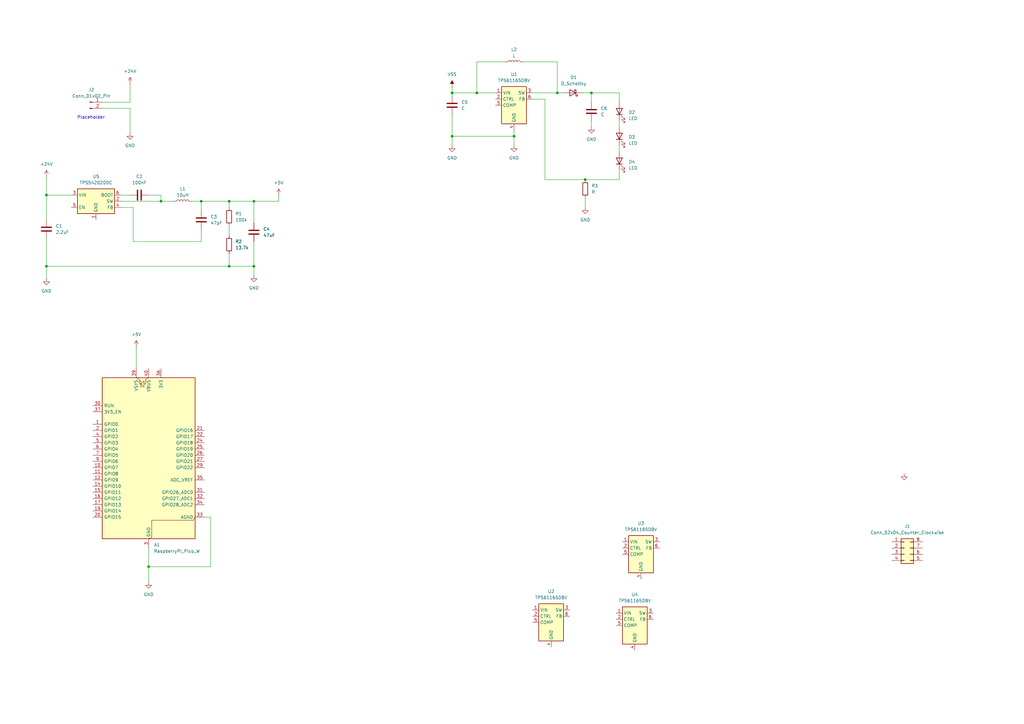
<source format=kicad_sch>
(kicad_sch (version 20250114) (generator "eeschema") (generator_version "9.0")
  (paper "A3")
  (lib_symbols
    (symbol "Connector:Conn_01x02_Pin" (pin_names (offset 1.016) (hide yes))
      (property "Reference" "J" (at 0 2.54 0))
      (property "Value" "Conn_01x02_Pin" (at 0 -5.08 0))
      (symbol "Conn_01x02_Pin_1_1"
        (rectangle (start 0.8636 0.127) (end 0 -0.127) (stroke (width 0.1524)) (fill (type outline)))
        (rectangle (start 0.8636 -2.413) (end 0 -2.667) (stroke (width 0.1524)) (fill (type outline)))
        (polyline (pts (xy 1.27 0) (xy 0.8636 0)) (stroke (width 0.1524)))
        (polyline (pts (xy 1.27 -2.54) (xy 0.8636 -2.54)) (stroke (width 0.1524)))
        (pin passive line (at 5.08 0 180) (length 3.81) (name "Pin_1") (number "1"))
        (pin passive line (at 5.08 -2.54 180) (length 3.81) (name "Pin_2") (number "2"))
      )
    )
    (symbol "Connector_Generic:Conn_02x04_Counter_Clockwise" (pin_names (offset 1.016) (hide yes))
      (property "Reference" "J" (at 1.27 5.08 0))
      (property "Value" "Conn_02x04_Counter_Clockwise" (at 1.27 -7.62 0))
      (symbol "Conn_02x04_Counter_Clockwise_1_1"
        (rectangle (start -1.27 3.81) (end 3.81 -6.35) (stroke (width 0.254)) (fill (type background)))
        (rectangle (start -1.27 2.667) (end 0 2.413) (stroke (width 0.1524)))
        (rectangle (start -1.27 0.127) (end 0 -0.127) (stroke (width 0.1524)))
        (rectangle (start -1.27 -2.413) (end 0 -2.667) (stroke (width 0.1524)))
        (rectangle (start -1.27 -4.953) (end 0 -5.207) (stroke (width 0.1524)))
        (rectangle (start 3.81 2.667) (end 2.54 2.413) (stroke (width 0.1524)))
        (rectangle (start 3.81 0.127) (end 2.54 -0.127) (stroke (width 0.1524)))
        (rectangle (start 3.81 -2.413) (end 2.54 -2.667) (stroke (width 0.1524)))
        (rectangle (start 3.81 -4.953) (end 2.54 -5.207) (stroke (width 0.1524)))
        (pin passive line (at -5.08 2.54 0) (length 3.81) (name "Pin_1") (number "1"))
        (pin passive line (at -5.08 0 0) (length 3.81) (name "Pin_2") (number "2"))
        (pin passive line (at -5.08 -2.54 0) (length 3.81) (name "Pin_3") (number "3"))
        (pin passive line (at -5.08 -5.08 0) (length 3.81) (name "Pin_4") (number "4"))
        (pin passive line (at 7.62 2.54 180) (length 3.81) (name "Pin_8") (number "8"))
        (pin passive line (at 7.62 0 180) (length 3.81) (name "Pin_7") (number "7"))
        (pin passive line (at 7.62 -2.54 180) (length 3.81) (name "Pin_6") (number "6"))
        (pin passive line (at 7.62 -5.08 180) (length 3.81) (name "Pin_5") (number "5"))
      )
    )
    (symbol "Device:C" (pin_numbers (hide yes)) (pin_names (offset 0.254))
      (property "Reference" "C" (at 0.635 2.54 0))
      (property "Value" "C" (at 0.635 -2.54 0))
      (symbol "C_0_1"
        (polyline (pts (xy -2.032 0.762) (xy 2.032 0.762)) (stroke (width 0.508)))
        (polyline (pts (xy -2.032 -0.762) (xy 2.032 -0.762)) (stroke (width 0.508)))
      )
      (symbol "C_1_1"
        (pin passive line (at 0 3.81 270) (length 2.794) (name "~") (number "1"))
        (pin passive line (at 0 -3.81 90) (length 2.794) (name "~") (number "2"))
      )
    )
    (symbol "Device:D_Schottky" (pin_numbers (hide yes)) (pin_names (offset 1.016) (hide yes))
      (property "Reference" "D" (at 0 2.54 0))
      (property "Value" "D_Schottky" (at 0 -2.54 0))
      (symbol "D_Schottky_0_1"
        (polyline (pts (xy -1.905 0.635) (xy -1.905 1.27) (xy -1.27 1.27) (xy -1.27 -1.27) (xy -0.635 -1.27) (xy -0.635 -0.635)) (stroke (width 0.254)))
        (polyline (pts (xy 1.27 1.27) (xy 1.27 -1.27) (xy -1.27 0) (xy 1.27 1.27)) (stroke (width 0.254)))
        (polyline (pts (xy 1.27 0) (xy -1.27 0)))
      )
      (symbol "D_Schottky_1_1"
        (pin passive line (at -3.81 0 0) (length 2.54) (name "K") (number "1"))
        (pin passive line (at 3.81 0 180) (length 2.54) (name "A") (number "2"))
      )
    )
    (symbol "Device:L" (pin_numbers (hide yes)) (pin_names (offset 1.016) (hide yes))
      (property "Reference" "L" (at -1.27 0 90))
      (property "Value" "L" (at 1.905 0 90))
      (symbol "L_0_1"
        (arc (start 0 2.54) (mid 0.6323 1.905) (end 0 1.27))
        (arc (start 0 1.27) (mid 0.6323 0.635) (end 0 0))
        (arc (start 0 0) (mid 0.6323 -0.635) (end 0 -1.27))
        (arc (start 0 -1.27) (mid 0.6323 -1.905) (end 0 -2.54))
      )
      (symbol "L_1_1"
        (pin passive line (at 0 3.81 270) (length 1.27) (name "1") (number "1"))
        (pin passive line (at 0 -3.81 90) (length 1.27) (name "2") (number "2"))
      )
    )
    (symbol "Device:LED" (pin_numbers (hide yes)) (pin_names (offset 1.016) (hide yes))
      (property "Reference" "D" (at 0 2.54 0))
      (property "Value" "LED" (at 0 -2.54 0))
      (symbol "LED_0_1"
        (polyline (pts (xy -3.048 -0.762) (xy -4.572 -2.286) (xy -3.81 -2.286) (xy -4.572 -2.286) (xy -4.572 -1.524)))
        (polyline (pts (xy -1.778 -0.762) (xy -3.302 -2.286) (xy -2.54 -2.286) (xy -3.302 -2.286) (xy -3.302 -1.524)))
        (polyline (pts (xy -1.27 0) (xy 1.27 0)))
        (polyline (pts (xy -1.27 -1.27) (xy -1.27 1.27)) (stroke (width 0.254)))
        (polyline (pts (xy 1.27 -1.27) (xy 1.27 1.27) (xy -1.27 0) (xy 1.27 -1.27)) (stroke (width 0.254)))
      )
      (symbol "LED_1_1"
        (pin passive line (at -3.81 0 0) (length 2.54) (name "K") (number "1"))
        (pin passive line (at 3.81 0 180) (length 2.54) (name "A") (number "2"))
      )
    )
    (symbol "Device:R" (pin_numbers (hide yes)) (pin_names (offset 0))
      (property "Reference" "R" (at 2.032 0 90))
      (property "Value" "R" (at 0 0 90))
      (symbol "R_0_1"
        (rectangle (start -1.016 -2.54) (end 1.016 2.54) (stroke (width 0.254)))
      )
      (symbol "R_1_1"
        (pin passive line (at 0 3.81 270) (length 1.27) (name "~") (number "1"))
        (pin passive line (at 0 -3.81 90) (length 1.27) (name "~") (number "2"))
      )
    )
    (symbol "Driver_LED:TPS61165DBV"
      (property "Reference" "U" (at 0 11.43 0))
      (property "Value" "TPS61165DBV" (at 0 8.89 0))
      (symbol "TPS61165DBV_1_1"
        (rectangle (start -5.08 7.62) (end 5.08 -7.62) (stroke (width 0.254)) (fill (type background)))
        (pin power_in line (at -7.62 5.08 0) (length 2.54) (name "VIN") (number "1"))
        (pin input line (at -7.62 2.54 0) (length 2.54) (name "CTRL") (number "2"))
        (pin output line (at -7.62 0 0) (length 2.54) (name "COMP") (number "5"))
        (pin power_in line (at 0 -10.16 90) (length 2.54) (name "GND") (number "4"))
        (pin output line (at 7.62 5.08 180) (length 2.54) (name "SW") (number "3"))
        (pin input line (at 7.62 2.54 180) (length 2.54) (name "FB") (number "6"))
      )
    )
    (symbol "MCU_Module:RaspberryPi_Pico_W" (pin_names (offset 0.762))
      (property "Reference" "A" (at -19.05 35.56 0))
      (property "Value" "RaspberryPi_Pico_W" (at 7.62 35.56 0))
      (symbol "RaspberryPi_Pico_W_0_1"
        (rectangle (start -19.05 34.29) (end 19.05 -31.75) (stroke (width 0.254)) (fill (type background)))
        (polyline (pts (xy -5.08 34.29) (xy -3.81 33.655) (xy -3.81 31.75) (xy -3.175 31.75)))
        (polyline (pts (xy -3.429 32.766) (xy -3.429 33.02) (xy -3.175 33.02) (xy -3.175 30.48) (xy -2.921 30.48) (xy -2.921 30.734)))
        (polyline (pts (xy -3.175 31.75) (xy -1.905 33.02) (xy -1.905 30.48) (xy -3.175 31.75)))
        (polyline (pts (xy 0 34.29) (xy -1.27 33.655) (xy -1.27 31.75) (xy -1.905 31.75)))
        (polyline (pts (xy 0 -31.75) (xy 1.27 -31.115) (xy 1.27 -24.13) (xy 18.415 -24.13) (xy 19.05 -22.86)))
      )
      (symbol "RaspberryPi_Pico_W_1_1"
        (pin passive line (at -22.86 22.86 0) (length 3.81) (name "RUN") (number "30"))
        (pin passive line (at -22.86 20.32 0) (length 3.81) (name "3V3_EN") (number "37"))
        (pin bidirectional line (at -22.86 15.24 0) (length 3.81) (name "GPIO0") (number "1"))
        (pin bidirectional line (at -22.86 12.7 0) (length 3.81) (name "GPIO1") (number "2"))
        (pin bidirectional line (at -22.86 10.16 0) (length 3.81) (name "GPIO2") (number "4"))
        (pin bidirectional line (at -22.86 7.62 0) (length 3.81) (name "GPIO3") (number "5"))
        (pin bidirectional line (at -22.86 5.08 0) (length 3.81) (name "GPIO4") (number "6"))
        (pin bidirectional line (at -22.86 2.54 0) (length 3.81) (name "GPIO5") (number "7"))
        (pin bidirectional line (at -22.86 0 0) (length 3.81) (name "GPIO6") (number "9"))
        (pin bidirectional line (at -22.86 -2.54 0) (length 3.81) (name "GPIO7") (number "10"))
        (pin bidirectional line (at -22.86 -5.08 0) (length 3.81) (name "GPIO8") (number "11"))
        (pin bidirectional line (at -22.86 -7.62 0) (length 3.81) (name "GPIO9") (number "12"))
        (pin bidirectional line (at -22.86 -10.16 0) (length 3.81) (name "GPIO10") (number "14"))
        (pin bidirectional line (at -22.86 -12.7 0) (length 3.81) (name "GPIO11") (number "15"))
        (pin bidirectional line (at -22.86 -15.24 0) (length 3.81) (name "GPIO12") (number "16"))
        (pin bidirectional line (at -22.86 -17.78 0) (length 3.81) (name "GPIO13") (number "17"))
        (pin bidirectional line (at -22.86 -20.32 0) (length 3.81) (name "GPIO14") (number "19"))
        (pin bidirectional line (at -22.86 -22.86 0) (length 3.81) (name "GPIO15") (number "20"))
        (pin power_in line (at -5.08 38.1 270) (length 3.81) (name "VSYS") (number "39"))
        (pin power_out line (at 0 38.1 270) (length 3.81) (name "VBUS") (number "40"))
        (pin passive line (at 0 -35.56 90) (length 3.81) (hide yes) (name "GND") (number "13"))
        (pin passive line (at 0 -35.56 90) (length 3.81) (hide yes) (name "GND") (number "18"))
        (pin passive line (at 0 -35.56 90) (length 3.81) (hide yes) (name "GND") (number "23"))
        (pin passive line (at 0 -35.56 90) (length 3.81) (hide yes) (name "GND") (number "28"))
        (pin power_out line (at 0 -35.56 90) (length 3.81) (name "GND") (number "3"))
        (pin passive line (at 0 -35.56 90) (length 3.81) (hide yes) (name "GND") (number "38"))
        (pin passive line (at 0 -35.56 90) (length 3.81) (hide yes) (name "GND") (number "8"))
        (pin power_out line (at 5.08 38.1 270) (length 3.81) (name "3V3") (number "36"))
        (pin bidirectional line (at 22.86 12.7 180) (length 3.81) (name "GPIO16") (number "21"))
        (pin bidirectional line (at 22.86 10.16 180) (length 3.81) (name "GPIO17") (number "22"))
        (pin bidirectional line (at 22.86 7.62 180) (length 3.81) (name "GPIO18") (number "24"))
        (pin bidirectional line (at 22.86 5.08 180) (length 3.81) (name "GPIO19") (number "25"))
        (pin bidirectional line (at 22.86 2.54 180) (length 3.81) (name "GPIO20") (number "26"))
        (pin bidirectional line (at 22.86 0 180) (length 3.81) (name "GPIO21") (number "27"))
        (pin bidirectional line (at 22.86 -2.54 180) (length 3.81) (name "GPIO22") (number "29"))
        (pin power_in line (at 22.86 -7.62 180) (length 3.81) (name "ADC_VREF") (number "35"))
        (pin bidirectional line (at 22.86 -12.7 180) (length 3.81) (name "GPIO26_ADC0") (number "31"))
        (pin bidirectional line (at 22.86 -15.24 180) (length 3.81) (name "GPIO27_ADC1") (number "32"))
        (pin bidirectional line (at 22.86 -17.78 180) (length 3.81) (name "GPIO28_ADC2") (number "34"))
        (pin power_out line (at 22.86 -22.86 180) (length 3.81) (name "AGND") (number "33"))
      )
    )
    (symbol "Regulator_Switching:TPS54202DDC"
      (property "Reference" "U" (at -7.62 6.35 0))
      (property "Value" "TPS54202DDC" (at 0 6.35 0))
      (symbol "TPS54202DDC_0_1"
        (rectangle (start -7.62 5.08) (end 7.62 -5.08) (stroke (width 0.254)) (fill (type background)))
      )
      (symbol "TPS54202DDC_1_1"
        (pin power_in line (at -10.16 2.54 0) (length 2.54) (name "VIN") (number "3"))
        (pin input line (at -10.16 -2.54 0) (length 2.54) (name "EN") (number "5"))
        (pin power_in line (at 0 -7.62 90) (length 2.54) (name "GND") (number "1"))
        (pin passive line (at 10.16 2.54 180) (length 2.54) (name "BOOT") (number "6"))
        (pin power_out line (at 10.16 0 180) (length 2.54) (name "SW") (number "2"))
        (pin input line (at 10.16 -2.54 180) (length 2.54) (name "FB") (number "4"))
      )
    )
    (symbol "power:+24V" (power) (pin_numbers (hide yes)) (pin_names (offset 0) (hide yes))
      (property "Value" "+24V" (at 0 3.556 0))
      (symbol "+24V_0_1"
        (polyline (pts (xy -0.762 1.27) (xy 0 2.54)))
        (polyline (pts (xy 0 2.54) (xy 0.762 1.27)))
        (polyline (pts (xy 0 0) (xy 0 2.54)))
      )
      (symbol "+24V_1_1"
        (pin power_in line (at 0 0 90) (length 0) (name "~") (number "1"))
      )
    )
    (symbol "power:+5V" (power) (pin_numbers (hide yes)) (pin_names (offset 0) (hide yes))
      (property "Value" "+5V" (at 0 3.556 0))
      (symbol "+5V_0_1"
        (polyline (pts (xy -0.762 1.27) (xy 0 2.54)))
        (polyline (pts (xy 0 2.54) (xy 0.762 1.27)))
        (polyline (pts (xy 0 0) (xy 0 2.54)))
      )
      (symbol "+5V_1_1"
        (pin power_in line (at 0 0 90) (length 0) (name "~") (number "1"))
      )
    )
    (symbol "power:GND" (power) (pin_numbers (hide yes)) (pin_names (offset 0) (hide yes))
      (property "Value" "GND" (at 0 -3.81 0))
      (symbol "GND_0_1"
        (polyline (pts (xy 0 0) (xy 0 -1.27) (xy 1.27 -1.27) (xy 0 -2.54) (xy -1.27 -1.27) (xy 0 -1.27)))
      )
      (symbol "GND_1_1"
        (pin power_in line (at 0 0 270) (length 0) (name "~") (number "1"))
      )
    )
    (symbol "power:VSS" (power) (pin_numbers (hide yes)) (pin_names (offset 0) (hide yes))
      (property "Value" "VSS" (at 0 3.556 0))
      (symbol "VSS_0_1"
        (polyline (pts (xy 0 0) (xy 0 2.54)))
        (polyline (pts (xy 0.762 1.27) (xy -0.762 1.27) (xy 0 2.54) (xy 0.762 1.27)) (fill (type outline)))
      )
      (symbol "VSS_1_1"
        (pin power_in line (at 0 0 90) (length 0) (name "~") (number "1"))
      )
    )
  )
  (text "Placeholder\n" (at 37.338 48.26 0) (effects (font (size 1.27 1.27))))
  (junction (at 210.82 55.88))
  (junction (at 19.05 80.01))
  (junction (at 240.03 73.66))
  (junction (at 93.98 82.55))
  (junction (at 185.42 38.1))
  (junction (at 19.05 109.22))
  (junction (at 195.58 38.1))
  (junction (at 104.14 82.55))
  (junction (at 185.42 55.88))
  (junction (at 82.55 82.55))
  (junction (at 93.98 109.22))
  (junction (at 242.57 38.1))
  (junction (at 60.96 232.41))
  (junction (at 104.14 109.22))
  (junction (at 228.6 38.1))
  (junction (at 66.04 82.55))
  (wire (pts (xy 93.98 104.14) (xy 93.98 109.22)))
  (wire (pts (xy 41.91 41.91) (xy 53.34 41.91)))
  (wire (pts (xy 223.52 73.66) (xy 223.52 40.64)))
  (wire (pts (xy 104.14 91.44) (xy 104.14 82.55)))
  (wire (pts (xy 93.98 109.22) (xy 104.14 109.22)))
  (wire (pts (xy 86.36 212.09) (xy 86.36 232.41)))
  (wire (pts (xy 228.6 38.1) (xy 218.44 38.1)))
  (wire (pts (xy 19.05 80.01) (xy 19.05 90.17)))
  (wire (pts (xy 54.61 85.09) (xy 54.61 99.06)))
  (wire (pts (xy 254 49.53) (xy 254 52.07)))
  (wire (pts (xy 254 73.66) (xy 240.03 73.66)))
  (wire (pts (xy 78.74 82.55) (xy 82.55 82.55)))
  (wire (pts (xy 228.6 38.1) (xy 231.14 38.1)))
  (wire (pts (xy 195.58 38.1) (xy 195.58 25.4)))
  (wire (pts (xy 210.82 55.88) (xy 185.42 55.88)))
  (wire (pts (xy 60.96 80.01) (xy 66.04 80.01)))
  (wire (pts (xy 104.14 82.55) (xy 114.3 82.55)))
  (wire (pts (xy 195.58 38.1) (xy 185.42 38.1)))
  (wire (pts (xy 185.42 38.1) (xy 185.42 39.37)))
  (wire (pts (xy 55.88 142.24) (xy 55.88 151.13)))
  (wire (pts (xy 223.52 40.64) (xy 218.44 40.64)))
  (wire (pts (xy 104.14 109.22) (xy 104.14 99.06)))
  (wire (pts (xy 185.42 35.56) (xy 185.42 38.1)))
  (wire (pts (xy 19.05 72.39) (xy 19.05 80.01)))
  (wire (pts (xy 240.03 81.28) (xy 240.03 85.09)))
  (wire (pts (xy 93.98 92.71) (xy 93.98 96.52)))
  (wire (pts (xy 195.58 25.4) (xy 207.01 25.4)))
  (wire (pts (xy 104.14 109.22) (xy 104.14 113.03)))
  (wire (pts (xy 185.42 55.88) (xy 185.42 59.69)))
  (wire (pts (xy 82.55 99.06) (xy 82.55 93.98)))
  (wire (pts (xy 41.91 44.45) (xy 53.34 44.45)))
  (wire (pts (xy 242.57 38.1) (xy 254 38.1)))
  (wire (pts (xy 54.61 99.06) (xy 82.55 99.06)))
  (wire (pts (xy 53.34 34.29) (xy 53.34 41.91)))
  (wire (pts (xy 93.98 85.09) (xy 93.98 82.55)))
  (wire (pts (xy 49.53 85.09) (xy 54.61 85.09)))
  (wire (pts (xy 254 59.69) (xy 254 62.23)))
  (wire (pts (xy 214.63 25.4) (xy 228.6 25.4)))
  (wire (pts (xy 86.36 232.41) (xy 60.96 232.41)))
  (wire (pts (xy 60.96 232.41) (xy 60.96 238.76)))
  (wire (pts (xy 60.96 224.79) (xy 60.96 232.41)))
  (wire (pts (xy 203.2 38.1) (xy 195.58 38.1)))
  (wire (pts (xy 242.57 38.1) (xy 242.57 41.91)))
  (wire (pts (xy 210.82 53.34) (xy 210.82 55.88)))
  (wire (pts (xy 86.36 212.09) (xy 83.82 212.09)))
  (wire (pts (xy 114.3 80.01) (xy 114.3 82.55)))
  (wire (pts (xy 66.04 82.55) (xy 66.04 80.01)))
  (wire (pts (xy 82.55 82.55) (xy 82.55 86.36)))
  (wire (pts (xy 254 69.85) (xy 254 73.66)))
  (wire (pts (xy 49.53 80.01) (xy 53.34 80.01)))
  (wire (pts (xy 49.53 82.55) (xy 66.04 82.55)))
  (wire (pts (xy 242.57 49.53) (xy 242.57 52.07)))
  (wire (pts (xy 19.05 109.22) (xy 19.05 114.3)))
  (wire (pts (xy 210.82 55.88) (xy 210.82 59.69)))
  (wire (pts (xy 254 38.1) (xy 254 41.91)))
  (wire (pts (xy 240.03 73.66) (xy 223.52 73.66)))
  (wire (pts (xy 29.21 80.01) (xy 19.05 80.01)))
  (wire (pts (xy 185.42 46.99) (xy 185.42 55.88)))
  (wire (pts (xy 19.05 109.22) (xy 93.98 109.22)))
  (wire (pts (xy 104.14 82.55) (xy 93.98 82.55)))
  (wire (pts (xy 53.34 44.45) (xy 53.34 54.61)))
  (wire (pts (xy 238.76 38.1) (xy 242.57 38.1)))
  (wire (pts (xy 228.6 25.4) (xy 228.6 38.1)))
  (wire (pts (xy 19.05 97.79) (xy 19.05 109.22)))
  (wire (pts (xy 66.04 82.55) (xy 71.12 82.55)))
  (wire (pts (xy 82.55 82.55) (xy 93.98 82.55)))
  (symbol (lib_id "Driver_LED:TPS61165DBV") (at 262.89 227.33 0) (unit 1)
    (property "Reference" "U3" (at 262.89 214.63 0))
    (property "Value" "TPS61165DBV" (at 262.89 217.17 0))
    (property "Footprint" "Package_TO_SOT_SMD:SOT-23-6" (effects (hide yes)))
    (property "Datasheet" "https://www.ti.com/lit/ds/symlink/tps61165.pdf" (effects (hide yes)))
    (property "Description" "High-Brightness, Constant current LED Driver, 3V to 18V input voltage range, internal switch, up to 38V/1.2A output,  SOT-23-6" (effects (hide yes)))
  )
  (symbol (lib_id "Device:L") (at 74.93 82.55 90) (unit 1)
    (property "Reference" "L1" (at 74.93 77.47 90))
    (property "Value" "10uH" (at 74.93 80.01 90))
    (property "Datasheet" "NPI105C100MTRF" (effects (hide yes)))
    (property "Description" "Inductor" (effects (hide yes)))
  )
  (symbol (lib_id "MCU_Module:RaspberryPi_Pico_W") (at 60.96 189.23 0) (unit 1)
    (property "Reference" "A1" (at 63.1033 223.52 0) (effects (justify left)))
    (property "Value" "RaspberryPi_Pico_W" (at 63.1033 226.06 0) (effects (justify left)))
    (property "Footprint" "Module:RaspberryPi_Pico_W_SMD_HandSolder" (effects (hide yes)))
    (property "Datasheet" "https://datasheets.raspberrypi.com/picow/pico-w-datasheet.pdf" (effects (hide yes)))
    (property "Description" "Versatile and inexpensive wireless microcontroller module powered by RP2040 dual-core Arm Cortex-M0+ processor up to 133 MHz, 264kB SRAM, 2MB QSPI flash, Infineon CYW43439 2.4GHz 802.11n wireless LAN; also supports Raspberry Pi Pico 2 W" (effects (hide yes)))
  )
  (symbol (lib_id "power:+5V") (at 114.3 80.01 0) (unit 1)
    (property "Reference" "#PWR08" (effects (hide yes)))
    (property "Value" "+5V" (at 114.3 74.93 0))
    (property "Description" "Power symbol creates a global label with name \"+5V\"" (effects (hide yes)))
  )
  (symbol (lib_id "Device:R") (at 93.98 100.33 0) (unit 1)
    (property "Reference" "R2" (at 96.52 99.0599 0) (effects (justify left)))
    (property "Value" "13.7k" (at 96.52 101.5999 0) (effects (justify left)))
    (property "Datasheet" "CRCW040213K7FKED" (effects (hide yes)))
    (property "Description" "Resistor" (effects (hide yes)))
  )
  (symbol (lib_id "Device:C") (at 57.15 80.01 90) (unit 1)
    (property "Reference" "C2" (at 57.15 72.39 90))
    (property "Value" "100nF" (at 57.15 74.93 90))
    (property "Datasheet" "C0805C104M5RACTU" (effects (hide yes)))
    (property "Description" "Unpolarized capacitor" (effects (hide yes)))
  )
  (symbol (lib_id "power:GND") (at 60.96 238.76 0) (unit 1)
    (property "Reference" "#PWR01" (effects (hide yes)))
    (property "Value" "GND" (at 60.96 243.84 0))
    (property "Description" "Power symbol creates a global label with name \"GND\" , ground" (effects (hide yes)))
  )
  (symbol (lib_id "power:GND") (at 210.82 59.69 0) (unit 1)
    (property "Reference" "#PWR011" (effects (hide yes)))
    (property "Value" "GND" (at 210.82 64.77 0))
    (property "Description" "Power symbol creates a global label with name \"GND\" , ground" (effects (hide yes)))
  )
  (symbol (lib_id "Device:LED") (at 254 66.04 90) (unit 1)
    (property "Reference" "D4" (at 257.81 66.3574 90) (effects (justify right)))
    (property "Value" "LED" (at 257.81 68.8974 90) (effects (justify right)))
    (property "Description" "Light emitting diode" (effects (hide yes)))
    (property "Sim.Pins" "1=K 2=A" (effects (hide yes)))
  )
  (symbol (lib_id "power:GND") (at 53.34 54.61 0) (unit 1)
    (property "Reference" "#PWR05" (effects (hide yes)))
    (property "Value" "GND" (at 53.34 59.69 0))
    (property "Description" "Power symbol creates a global label with name \"GND\" , ground" (effects (hide yes)))
  )
  (symbol (lib_id "Device:C") (at 185.42 43.18 0) (unit 1)
    (property "Reference" "C5" (at 189.23 41.9099 0) (effects (justify left)))
    (property "Value" "C" (at 189.23 44.4499 0) (effects (justify left)))
    (property "Description" "Unpolarized capacitor" (effects (hide yes)))
  )
  (symbol (lib_id "Device:C") (at 104.14 95.25 0) (unit 1)
    (property "Reference" "C4" (at 107.95 93.9799 0) (effects (justify left)))
    (property "Value" "47uF" (at 107.95 96.5199 0) (effects (justify left)))
    (property "Datasheet" "GRM32ER61C476KE15L" (effects (hide yes)))
    (property "Description" "Unpolarized capacitor" (effects (hide yes)))
  )
  (symbol (lib_id "power:GND") (at 104.14 113.03 0) (unit 1)
    (property "Reference" "#PWR09" (effects (hide yes)))
    (property "Value" "GND" (at 104.14 118.11 0))
    (property "Description" "Power symbol creates a global label with name \"GND\" , ground" (effects (hide yes)))
  )
  (symbol (lib_id "Device:C") (at 242.57 45.72 0) (unit 1)
    (property "Reference" "C6" (at 246.38 44.4499 0) (effects (justify left)))
    (property "Value" "C" (at 246.38 46.9899 0) (effects (justify left)))
    (property "Description" "Unpolarized capacitor" (effects (hide yes)))
  )
  (symbol (lib_id "Connector:Conn_01x02_Pin") (at 36.83 41.91 0) (unit 1)
    (property "Reference" "J2" (at 37.465 36.83 0))
    (property "Value" "Conn_01x02_Pin" (at 37.465 39.37 0))
    (property "Description" "Generic connector, single row, 01x02, script generated" (effects (hide yes)))
  )
  (symbol (lib_id "Device:R") (at 93.98 88.9 0) (unit 1)
    (property "Reference" "R1" (at 96.52 87.6299 0) (effects (justify left)))
    (property "Value" "100k" (at 96.52 90.1699 0) (effects (justify left)))
    (property "Datasheet" "CRCW0402100KFKED" (effects (hide yes)))
    (property "Description" "Resistor" (effects (hide yes)))
  )
  (symbol (lib_id "Regulator_Switching:TPS54202DDC") (at 39.37 82.55 0) (unit 1)
    (property "Reference" "U5" (at 39.37 72.39 0))
    (property "Value" "TPS54202DDC" (at 39.37 74.93 0))
    (property "Footprint" "Package_TO_SOT_SMD:SOT-23-6" (effects (hide yes)))
    (property "Datasheet" "http://www.ti.com/lit/ds/symlink/tps54202.pdf" (effects (hide yes)))
    (property "Description" "2A, 4.5 to 28V Input, EMI Friendly integrated switch synchronous step-down regulator, pulse-skipping, SOT-23-6" (effects (hide yes)))
  )
  (symbol (lib_id "power:+24V") (at 19.05 72.39 0) (unit 1)
    (property "Reference" "#PWR06" (effects (hide yes)))
    (property "Value" "+24V" (at 19.05 67.31 0))
    (property "Description" "Power symbol creates a global label with name \"+24V\"" (effects (hide yes)))
  )
  (symbol (lib_id "Device:D_Schottky") (at 234.95 38.1 180) (unit 1)
    (property "Reference" "D1" (at 235.2675 31.75 0))
    (property "Value" "D_Schottky" (at 235.2675 34.29 0))
    (property "Description" "Schottky diode" (effects (hide yes)))
  )
  (symbol (lib_id "power:VSS") (at 185.42 35.56 0) (unit 1)
    (property "Reference" "#PWR014" (effects (hide yes)))
    (property "Value" "VSS" (at 185.42 30.48 0))
    (property "Description" "Power symbol creates a global label with name \"VSS\"" (effects (hide yes)))
  )
  (symbol (lib_id "Driver_LED:TPS61165DBV") (at 210.82 43.18 0) (unit 1)
    (property "Reference" "U1" (at 210.82 30.48 0))
    (property "Value" "TPS61165DBV" (at 210.82 33.02 0))
    (property "Footprint" "Package_TO_SOT_SMD:SOT-23-6" (effects (hide yes)))
    (property "Datasheet" "https://www.ti.com/lit/ds/symlink/tps61165.pdf" (effects (hide yes)))
    (property "Description" "High-Brightness, Constant current LED Driver, 3V to 18V input voltage range, internal switch, up to 38V/1.2A output,  SOT-23-6" (effects (hide yes)))
  )
  (symbol (lib_id "power:GND") (at 240.03 85.09 0) (unit 1)
    (property "Reference" "#PWR013" (effects (hide yes)))
    (property "Value" "GND" (at 240.03 90.17 0))
    (property "Description" "Power symbol creates a global label with name \"GND\" , ground" (effects (hide yes)))
  )
  (symbol (lib_id "Device:C") (at 19.05 93.98 0) (unit 1)
    (property "Reference" "C1" (at 22.86 92.7099 0) (effects (justify left)))
    (property "Value" "2.2uF" (at 22.86 95.2499 0) (effects (justify left)))
    (property "Datasheet" "C1608X5R1V225K080AC" (effects (hide yes)))
    (property "Description" "Unpolarized capacitor" (effects (hide yes)))
  )
  (symbol (lib_id "power:+5V") (at 55.88 142.24 0) (unit 1)
    (property "Reference" "#PWR010" (effects (hide yes)))
    (property "Value" "+5V" (at 55.88 137.16 0))
    (property "Description" "Power symbol creates a global label with name \"+5V\"" (effects (hide yes)))
  )
  (symbol (lib_id "Device:R") (at 240.03 77.47 0) (unit 1)
    (property "Reference" "R3" (at 242.57 76.1999 0) (effects (justify left)))
    (property "Value" "R" (at 242.57 78.7399 0) (effects (justify left)))
    (property "Datasheet" "CRCW0402100KFKED" (effects (hide yes)))
    (property "Description" "Resistor" (effects (hide yes)))
  )
  (symbol (lib_id "Driver_LED:TPS61165DBV") (at 226.06 255.27 0) (unit 1)
    (property "Reference" "U2" (at 226.06 242.57 0))
    (property "Value" "TPS61165DBV" (at 226.06 245.11 0))
    (property "Footprint" "Package_TO_SOT_SMD:SOT-23-6" (effects (hide yes)))
    (property "Datasheet" "https://www.ti.com/lit/ds/symlink/tps61165.pdf" (effects (hide yes)))
    (property "Description" "High-Brightness, Constant current LED Driver, 3V to 18V input voltage range, internal switch, up to 38V/1.2A output,  SOT-23-6" (effects (hide yes)))
  )
  (symbol (lib_id "power:GND") (at 242.57 52.07 0) (unit 1)
    (property "Reference" "#PWR012" (effects (hide yes)))
    (property "Value" "GND" (at 242.57 57.15 0))
    (property "Description" "Power symbol creates a global label with name \"GND\" , ground" (effects (hide yes)))
  )
  (symbol (lib_id "power:+24V") (at 53.34 34.29 0) (unit 1)
    (property "Reference" "#PWR04" (effects (hide yes)))
    (property "Value" "+24V" (at 53.34 29.21 0))
    (property "Description" "Power symbol creates a global label with name \"+24V\"" (effects (hide yes)))
  )
  (symbol (lib_id "power:GND") (at 370.84 194.31 0) (unit 1)
    (property "Reference" "#PWR03" (effects (hide yes)))
    (property "Value" "GND" (effects (hide yes)))
    (property "Description" "Power symbol creates a global label with name \"GND\" , ground" (effects (hide yes)))
  )
  (symbol (lib_id "Device:LED") (at 254 45.72 90) (unit 1)
    (property "Reference" "D2" (at 257.81 46.0374 90) (effects (justify right)))
    (property "Value" "LED" (at 257.81 48.5774 90) (effects (justify right)))
    (property "Description" "Light emitting diode" (effects (hide yes)))
    (property "Sim.Pins" "1=K 2=A" (effects (hide yes)))
  )
  (symbol (lib_id "Device:L") (at 210.82 25.4 90) (unit 1)
    (property "Reference" "L2" (at 210.82 20.32 90))
    (property "Value" "L" (at 210.82 22.86 90))
    (property "Description" "Inductor" (effects (hide yes)))
  )
  (symbol (lib_id "Connector_Generic:Conn_02x04_Counter_Clockwise") (at 370.84 224.79 0) (unit 1)
    (property "Reference" "J1" (at 372.11 215.9 0))
    (property "Value" "Conn_02x04_Counter_Clockwise" (at 372.11 218.44 0))
    (property "Description" "Generic connector, double row, 02x04, counter clockwise pin numbering scheme (similar to DIP package numbering), script generated (kicad-library-utils/schlib/autogen/connector/)" (effects (hide yes)))
  )
  (symbol (lib_id "power:GND") (at 185.42 59.69 0) (unit 1)
    (property "Reference" "#PWR02" (effects (hide yes)))
    (property "Value" "GND" (at 185.42 64.77 0))
    (property "Description" "Power symbol creates a global label with name \"GND\" , ground" (effects (hide yes)))
  )
  (symbol (lib_id "Device:LED") (at 254 55.88 90) (unit 1)
    (property "Reference" "D3" (at 257.81 56.1974 90) (effects (justify right)))
    (property "Value" "LED" (at 257.81 58.7374 90) (effects (justify right)))
    (property "Description" "Light emitting diode" (effects (hide yes)))
    (property "Sim.Pins" "1=K 2=A" (effects (hide yes)))
  )
  (symbol (lib_id "power:GND") (at 19.05 114.3 0) (unit 1)
    (property "Reference" "#PWR07" (effects (hide yes)))
    (property "Value" "GND" (at 19.05 119.38 0))
    (property "Description" "Power symbol creates a global label with name \"GND\" , ground" (effects (hide yes)))
  )
  (symbol (lib_id "Driver_LED:TPS61165DBV") (at 260.35 256.54 0) (unit 1)
    (property "Reference" "U4" (at 260.35 243.84 0))
    (property "Value" "TPS61165DBV" (at 260.35 246.38 0))
    (property "Footprint" "Package_TO_SOT_SMD:SOT-23-6" (effects (hide yes)))
    (property "Datasheet" "https://www.ti.com/lit/ds/symlink/tps61165.pdf" (effects (hide yes)))
    (property "Description" "High-Brightness, Constant current LED Driver, 3V to 18V input voltage range, internal switch, up to 38V/1.2A output,  SOT-23-6" (effects (hide yes)))
  )
  (symbol (lib_id "Device:C") (at 82.55 90.17 180) (unit 1)
    (property "Reference" "C3" (at 86.36 88.8999 0) (effects (justify right)))
    (property "Value" "47pF" (at 86.36 91.4399 0) (effects (justify right)))
    (property "Datasheet" "GRM0335C1E470JA01D" (effects (hide yes)))
    (property "Description" "Unpolarized capacitor" (effects (hide yes)))
  )
)
</source>
